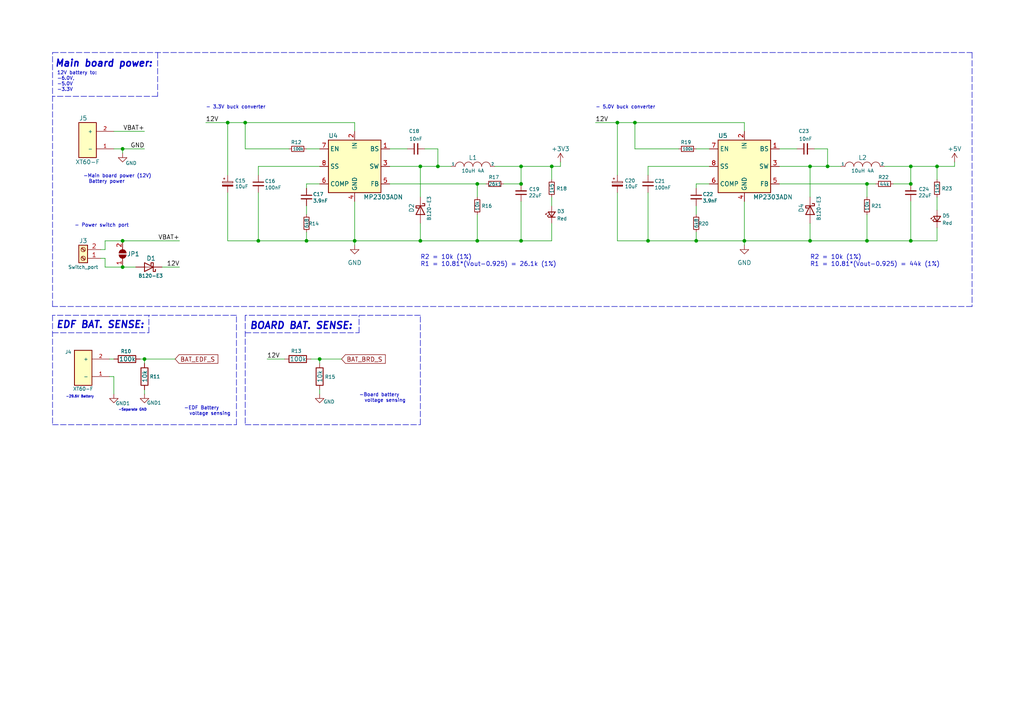
<source format=kicad_sch>
(kicad_sch (version 20211123) (generator eeschema)
  (paper "A4")
  (title_block (title "Amon Board - Power") (date "2022-10-19") (rev "2.0") (company "Tinta T."))
  (lib_symbols
    (symbol "Connector:Screw_Terminal_01x02" (pin_names (offset 1.016) hide)
      (property "Reference" "J" (at 0 2.54 0))
      (property "Value" "Screw_Terminal_01x02" (at 0 -5.08 0))
      (symbol "Screw_Terminal_01x02_1_1"
        (rectangle (start -1.27 1.27) (end 1.27 -3.81) (stroke (width 0.254)) (fill (type background)))
        (circle (center 0 -2.54) (radius 0.635) (stroke (width 0.1524)))
        (polyline (pts (xy -0.5334 -2.2098) (xy 0.3302 -3.048)) (stroke (width 0.1524)))
        (polyline (pts (xy -0.5334 0.3302) (xy 0.3302 -0.508)) (stroke (width 0.1524)))
        (polyline (pts (xy -0.3556 -2.032) (xy 0.508 -2.8702)) (stroke (width 0.1524)))
        (polyline (pts (xy -0.3556 0.508) (xy 0.508 -0.3302)) (stroke (width 0.1524)))
        (circle (center 0 0) (radius 0.635) (stroke (width 0.1524)))
        (pin passive line (at -5.08 0 0) (length 3.81) (name "Pin_1") (number "1"))
        (pin passive line (at -5.08 -2.54 0) (length 3.81) (name "Pin_2") (number "2"))
      )
    )
    (symbol "Device:C_Polarized_Small" (pin_numbers hide) (pin_names (offset 0.254) hide)
      (property "Reference" "C" (at 0.254 1.778 0))
      (property "Value" "C_Polarized_Small" (at 0.254 -2.032 0))
      (symbol "C_Polarized_Small_0_1"
        (rectangle (start -1.524 -0.3048) (end 1.524 -0.6858) (fill (type outline)))
        (rectangle (start -1.524 0.6858) (end 1.524 0.3048))
        (polyline (pts (xy -1.27 1.524) (xy -0.762 1.524)))
        (polyline (pts (xy -1.016 1.27) (xy -1.016 1.778)))
      )
      (symbol "C_Polarized_Small_1_1"
        (pin passive line (at 0 2.54 270) (length 1.8542) (name "~") (number "1"))
        (pin passive line (at 0 -2.54 90) (length 1.8542) (name "~") (number "2"))
      )
    )
    (symbol "Device:C_Small" (pin_numbers hide) (pin_names (offset 0.254) hide)
      (property "Reference" "C" (at 0.254 1.778 0))
      (property "Value" "C_Small" (at 0.254 -2.032 0))
      (symbol "C_Small_0_1"
        (polyline (pts (xy -1.524 -0.508) (xy 1.524 -0.508)) (stroke (width 0.3302)))
        (polyline (pts (xy -1.524 0.508) (xy 1.524 0.508)) (stroke (width 0.3048)))
      )
      (symbol "C_Small_1_1"
        (pin passive line (at 0 2.54 270) (length 2.032) (name "~") (number "1"))
        (pin passive line (at 0 -2.54 90) (length 2.032) (name "~") (number "2"))
      )
    )
    (symbol "Device:LED_Small" (pin_numbers hide) (pin_names (offset 0.254) hide)
      (property "Reference" "D" (at -1.27 3.175 0))
      (property "Value" "LED_Small" (at -4.445 -2.54 0))
      (symbol "LED_Small_0_1"
        (polyline (pts (xy -0.762 -1.016) (xy -0.762 1.016)) (stroke (width 0.254)))
        (polyline (pts (xy 1.016 0) (xy -0.762 0)))
        (polyline (pts (xy 0.762 -1.016) (xy -0.762 0) (xy 0.762 1.016) (xy 0.762 -1.016)) (stroke (width 0.254)))
        (polyline (pts (xy 0 0.762) (xy -0.508 1.27) (xy -0.254 1.27) (xy -0.508 1.27) (xy -0.508 1.016)))
        (polyline (pts (xy 0.508 1.27) (xy 0 1.778) (xy 0.254 1.778) (xy 0 1.778) (xy 0 1.524)))
      )
      (symbol "LED_Small_1_1"
        (pin passive line (at -2.54 0 0) (length 1.778) (name "K") (number "1"))
        (pin passive line (at 2.54 0 180) (length 1.778) (name "A") (number "2"))
      )
    )
    (symbol "Device:R" (pin_numbers hide) (pin_names (offset 0))
      (property "Reference" "R" (at 2.032 0 90))
      (property "Value" "R" (at 0 0 90))
      (symbol "R_0_1"
        (rectangle (start -1.016 -2.54) (end 1.016 2.54) (stroke (width 0.254)))
      )
      (symbol "R_1_1"
        (pin passive line (at 0 3.81 270) (length 1.27) (name "~") (number "1"))
        (pin passive line (at 0 -3.81 90) (length 1.27) (name "~") (number "2"))
      )
    )
    (symbol "Device:R_Small" (pin_numbers hide) (pin_names (offset 0.254) hide)
      (property "Reference" "R" (at 0.762 0.508 0))
      (property "Value" "R_Small" (at 0.762 -1.016 0))
      (symbol "R_Small_0_1"
        (rectangle (start -0.762 1.778) (end 0.762 -1.778) (stroke (width 0.2032)))
      )
      (symbol "R_Small_1_1"
        (pin passive line (at 0 2.54 270) (length 0.762) (name "~") (number "1"))
        (pin passive line (at 0 -2.54 90) (length 0.762) (name "~") (number "2"))
      )
    )
    (symbol "Diode:B120-E3" (pin_numbers hide) (pin_names hide)
      (property "Reference" "D" (at 0 2.54 0))
      (property "Value" "B120-E3" (at 0 -2.54 0))
      (symbol "B120-E3_0_1"
        (polyline (pts (xy 1.27 0) (xy -1.27 0)))
        (polyline (pts (xy 1.27 1.27) (xy 1.27 -1.27) (xy -1.27 0) (xy 1.27 1.27)) (stroke (width 0.254)))
        (polyline (pts (xy -1.905 0.635) (xy -1.905 1.27) (xy -1.27 1.27) (xy -1.27 -1.27) (xy -0.635 -1.27) (xy -0.635 -0.635)) (stroke (width 0.254)))
      )
      (symbol "B120-E3_1_1"
        (pin passive line (at -3.81 0 0) (length 2.54) (name "K") (number "1"))
        (pin passive line (at 3.81 0 180) (length 2.54) (name "A") (number "2"))
      )
    )
    (symbol "Jumper:SolderJumper_2_Open" (pin_names (offset 0) hide)
      (property "Reference" "JP" (at 0 2.032 0))
      (property "Value" "SolderJumper_2_Open" (at 0 -2.54 0))
      (symbol "SolderJumper_2_Open_0_1"
        (arc (start -0.254 1.016) (mid -1.27 0) (end -0.254 -1.016))
        (arc (start -0.254 1.016) (mid -1.27 0) (end -0.254 -1.016) (fill (type outline)))
        (polyline (pts (xy -0.254 1.016) (xy -0.254 -1.016)))
        (polyline (pts (xy 0.254 1.016) (xy 0.254 -1.016)))
        (arc (start 0.254 -1.016) (mid 1.27 0) (end 0.254 1.016))
        (arc (start 0.254 -1.016) (mid 1.27 0) (end 0.254 1.016) (fill (type outline)))
      )
      (symbol "SolderJumper_2_Open_1_1"
        (pin passive line (at -3.81 0 0) (length 2.54) (name "A") (number "1"))
        (pin passive line (at 3.81 0 180) (length 2.54) (name "B") (number "2"))
      )
    )
    (symbol "Regulator_Switching:MP2303ADN"
      (property "Reference" "U" (at -7.366 8.636 0))
      (property "Value" "MP2303ADN" (at 7.62 8.89 0))
      (symbol "MP2303ADN_0_1"
        (rectangle (start -7.62 7.62) (end 7.62 -7.62) (stroke (width 0.254)) (fill (type background)))
      )
      (symbol "MP2303ADN_1_1"
        (pin passive line (at 10.16 5.08 180) (length 2.54) (name "BS") (number "1"))
        (pin power_in line (at 0 10.16 270) (length 2.54) (name "IN") (number "2"))
        (pin output line (at 10.16 0 180) (length 2.54) (name "SW") (number "3"))
        (pin power_in line (at 0 -10.16 90) (length 2.54) (name "GND") (number "4"))
        (pin input line (at 10.16 -5.08 180) (length 2.54) (name "FB") (number "5"))
        (pin passive line (at -10.16 -5.08 0) (length 2.54) (name "COMP") (number "6"))
        (pin input line (at -10.16 5.08 0) (length 2.54) (name "EN") (number "7"))
        (pin input line (at -10.16 0 0) (length 2.54) (name "SS") (number "8"))
      )
    )
    (symbol "XT60-M:XT60-M" (pin_names (offset 1.016))
      (property "Reference" "J" (at -2.54 5.715 0))
      (property "Value" "XT60-M" (at -2.794 -6.35 0))
      (symbol "XT60-M_0_0"
        (rectangle (start -2.54 -5.08) (end 2.54 5.08) (stroke (width 0.254)) (fill (type background)))
        (pin passive line (at -7.62 2.54 0) (length 5.08) (name "-") (number "1"))
        (pin passive line (at -7.62 -2.54 0) (length 5.08) (name "+") (number "2"))
      )
    )
    (symbol "power:+3.3V" (power) (pin_names (offset 0))
      (property "Value" "+3.3V" (at 0 3.556 0))
      (symbol "+3.3V_0_1"
        (polyline (pts (xy -0.762 1.27) (xy 0 2.54)))
        (polyline (pts (xy 0 0) (xy 0 2.54)))
        (polyline (pts (xy 0 2.54) (xy 0.762 1.27)))
      )
      (symbol "+3.3V_1_1"
        (pin power_in line (at 0 0 90) (length 0) hide (name "+3V3") (number "1"))
      )
    )
    (symbol "power:+5V" (power) (pin_names (offset 0))
      (property "Value" "+5V" (at 0 3.556 0))
      (symbol "+5V_0_1"
        (polyline (pts (xy -0.762 1.27) (xy 0 2.54)))
        (polyline (pts (xy 0 0) (xy 0 2.54)))
        (polyline (pts (xy 0 2.54) (xy 0.762 1.27)))
      )
      (symbol "+5V_1_1"
        (pin power_in line (at 0 0 90) (length 0) hide (name "+5V") (number "1"))
      )
    )
    (symbol "power:GND" (power) (pin_names (offset 0))
      (property "Value" "GND" (at 0 -3.81 0))
      (symbol "GND_0_1"
        (polyline (pts (xy 0 0) (xy 0 -1.27) (xy 1.27 -1.27) (xy 0 -2.54) (xy -1.27 -1.27) (xy 0 -1.27)))
      )
      (symbol "GND_1_1"
        (pin power_in line (at 0 0 270) (length 0) hide (name "GND") (number "1"))
      )
    )
    (symbol "power:GND1" (power) (pin_names (offset 0))
      (property "Value" "GND1" (at 0 -3.81 0))
      (symbol "GND1_0_1"
        (polyline (pts (xy 0 0) (xy 0 -1.27) (xy 1.27 -1.27) (xy 0 -2.54) (xy -1.27 -1.27) (xy 0 -1.27)))
      )
      (symbol "GND1_1_1"
        (pin power_in line (at 0 0 270) (length 0) hide (name "GND1") (number "1"))
      )
    )
    (symbol "pspice:INDUCTOR" (pin_numbers hide) (pin_names (offset 0))
      (property "Reference" "L" (at 0 2.54 0))
      (property "Value" "INDUCTOR" (at 0 -1.27 0))
      (symbol "INDUCTOR_0_1"
        (arc (start -2.54 0) (mid -3.81 1.27) (end -5.08 0))
        (arc (start 0 0) (mid -1.27 1.27) (end -2.54 0))
        (arc (start 2.54 0) (mid 1.27 1.27) (end 0 0))
        (arc (start 5.08 0) (mid 3.81 1.27) (end 2.54 0))
      )
      (symbol "INDUCTOR_1_1"
        (pin input line (at -6.35 0 0) (length 1.27) (name "1") (number "1"))
        (pin input line (at 6.35 0 180) (length 1.27) (name "2") (number "2"))
      )
    )
  )
  (junction (at 184.15 35.56))
  (junction (at 138.43 69.85))
  (junction (at 264.16 48.26))
  (junction (at 251.46 53.34))
  (junction (at 74.93 69.85))
  (junction (at 66.04 35.56))
  (junction (at 160.02 48.26))
  (junction (at 215.9 69.85))
  (junction (at 41.91 104.14))
  (junction (at 151.13 69.85))
  (junction (at 35.56 43.18))
  (junction (at 35.56 77.47))
  (junction (at 234.95 48.26))
  (junction (at 179.07 35.56))
  (junction (at 264.16 53.34))
  (junction (at 121.92 69.85))
  (junction (at 151.13 53.34))
  (junction (at 35.56 69.85))
  (junction (at 187.96 69.85))
  (junction (at 138.43 53.34))
  (junction (at 151.13 48.26))
  (junction (at 102.87 69.85))
  (junction (at 121.92 48.26))
  (junction (at 234.95 69.85))
  (junction (at 71.12 35.56))
  (junction (at 88.9 69.85))
  (junction (at 127 48.26))
  (junction (at 92.71 104.14))
  (junction (at 240.03 48.26))
  (junction (at 271.78 48.26))
  (junction (at 251.46 69.85))
  (junction (at 201.93 69.85))
  (junction (at 264.16 69.85))
  (polyline (pts (xy 121.92 123.19) (xy 121.92 91.44)))
  (wire (pts (xy 236.22 43.18) (xy 240.03 43.18)))
  (wire (pts (xy 271.78 69.85) (xy 264.16 69.85)))
  (wire (pts (xy 160.02 48.26) (xy 160.02 52.07)))
  (wire (pts (xy 205.74 53.34) (xy 201.93 53.34)))
  (wire (pts (xy 271.78 57.15) (xy 271.78 60.96)))
  (wire (pts (xy 264.16 48.26) (xy 271.78 48.26)))
  (wire (pts (xy 234.95 57.15) (xy 234.95 48.26)))
  (wire (pts (xy 30.48 77.47) (xy 35.56 77.47)))
  (wire (pts (xy 143.51 48.26) (xy 151.13 48.26)))
  (polyline (pts (xy 15.24 96.52) (xy 43.18 96.52)))
  (wire (pts (xy 160.02 48.26) (xy 162.56 48.26)))
  (wire (pts (xy 201.93 43.18) (xy 205.74 43.18)))
  (wire (pts (xy 179.07 35.56) (xy 184.15 35.56)))
  (polyline (pts (xy 15.24 15.24) (xy 281.94 15.24)))
  (wire (pts (xy 138.43 62.23) (xy 138.43 69.85)))
  (wire (pts (xy 59.69 35.56) (xy 66.04 35.56)))
  (wire (pts (xy 160.02 57.15) (xy 160.02 59.69)))
  (wire (pts (xy 172.72 35.56) (xy 179.07 35.56)))
  (wire (pts (xy 251.46 53.34) (xy 254 53.34)))
  (wire (pts (xy 121.92 69.85) (xy 102.87 69.85)))
  (wire (pts (xy 251.46 62.23) (xy 251.46 69.85)))
  (wire (pts (xy 30.48 69.85) (xy 35.56 69.85)))
  (wire (pts (xy 121.92 48.26) (xy 127 48.26)))
  (wire (pts (xy 138.43 53.34) (xy 140.97 53.34)))
  (wire (pts (xy 121.92 57.15) (xy 121.92 48.26)))
  (wire (pts (xy 201.93 59.69) (xy 201.93 62.23)))
  (polyline (pts (xy 43.18 96.52) (xy 43.18 91.44)))
  (wire (pts (xy 226.06 48.26) (xy 234.95 48.26)))
  (wire (pts (xy 138.43 53.34) (xy 138.43 57.15)))
  (wire (pts (xy 88.9 69.85) (xy 102.87 69.85)))
  (wire (pts (xy 162.56 46.99) (xy 162.56 48.26)))
  (wire (pts (xy 88.9 53.34) (xy 88.9 54.61)))
  (polyline (pts (xy 71.12 91.44) (xy 71.12 123.19)))
  (wire (pts (xy 187.96 55.88) (xy 187.96 69.85)))
  (wire (pts (xy 35.56 69.85) (xy 52.07 69.85)))
  (wire (pts (xy 35.56 44.45) (xy 35.56 43.18)))
  (wire (pts (xy 90.17 104.14) (xy 92.71 104.14)))
  (wire (pts (xy 92.71 113.03) (xy 92.71 114.3)))
  (wire (pts (xy 205.74 48.26) (xy 187.96 48.26)))
  (wire (pts (xy 41.91 113.03) (xy 41.91 114.3)))
  (wire (pts (xy 30.48 74.93) (xy 30.48 77.47)))
  (wire (pts (xy 74.93 48.26) (xy 74.93 50.8)))
  (wire (pts (xy 92.71 48.26) (xy 74.93 48.26)))
  (wire (pts (xy 66.04 55.88) (xy 66.04 69.85)))
  (polyline (pts (xy 281.94 15.24) (xy 281.94 88.9)))
  (wire (pts (xy 151.13 69.85) (xy 138.43 69.85)))
  (wire (pts (xy 33.02 43.18) (xy 35.56 43.18)))
  (wire (pts (xy 71.12 35.56) (xy 102.87 35.56)))
  (wire (pts (xy 123.19 43.18) (xy 127 43.18)))
  (wire (pts (xy 121.92 64.77) (xy 121.92 69.85)))
  (wire (pts (xy 251.46 69.85) (xy 234.95 69.85)))
  (wire (pts (xy 74.93 55.88) (xy 74.93 69.85)))
  (wire (pts (xy 151.13 58.42) (xy 151.13 69.85)))
  (wire (pts (xy 179.07 55.88) (xy 179.07 69.85)))
  (wire (pts (xy 66.04 35.56) (xy 66.04 50.8)))
  (wire (pts (xy 66.04 69.85) (xy 74.93 69.85)))
  (wire (pts (xy 187.96 48.26) (xy 187.96 50.8)))
  (polyline (pts (xy 71.12 96.52) (xy 104.14 96.52)))
  (polyline (pts (xy 15.24 123.19) (xy 68.58 123.19)))
  (wire (pts (xy 184.15 35.56) (xy 215.9 35.56)))
  (wire (pts (xy 201.93 69.85) (xy 215.9 69.85)))
  (wire (pts (xy 240.03 43.18) (xy 240.03 48.26)))
  (wire (pts (xy 215.9 58.42) (xy 215.9 69.85)))
  (wire (pts (xy 264.16 48.26) (xy 264.16 53.34)))
  (wire (pts (xy 92.71 104.14) (xy 99.06 104.14)))
  (polyline (pts (xy 71.12 123.19) (xy 121.92 123.19)))
  (wire (pts (xy 215.9 35.56) (xy 215.9 38.1)))
  (wire (pts (xy 113.03 53.34) (xy 138.43 53.34)))
  (wire (pts (xy 88.9 67.31) (xy 88.9 69.85)))
  (polyline (pts (xy 68.58 91.44) (xy 15.24 91.44)))
  (wire (pts (xy 35.56 43.18) (xy 41.91 43.18)))
  (wire (pts (xy 259.08 53.34) (xy 264.16 53.34)))
  (wire (pts (xy 77.47 104.14) (xy 82.55 104.14)))
  (wire (pts (xy 92.71 105.41) (xy 92.71 104.14)))
  (wire (pts (xy 92.71 53.34) (xy 88.9 53.34)))
  (wire (pts (xy 127 48.26) (xy 130.81 48.26)))
  (wire (pts (xy 113.03 43.18) (xy 118.11 43.18)))
  (wire (pts (xy 41.91 104.14) (xy 50.8 104.14)))
  (polyline (pts (xy 15.24 88.9) (xy 15.24 15.24)))
  (wire (pts (xy 33.02 109.22) (xy 33.02 114.3)))
  (wire (pts (xy 151.13 48.26) (xy 160.02 48.26)))
  (wire (pts (xy 30.48 72.39) (xy 30.48 69.85)))
  (wire (pts (xy 31.75 109.22) (xy 33.02 109.22)))
  (wire (pts (xy 151.13 48.26) (xy 151.13 53.34)))
  (wire (pts (xy 226.06 53.34) (xy 251.46 53.34)))
  (wire (pts (xy 234.95 64.77) (xy 234.95 69.85)))
  (wire (pts (xy 179.07 69.85) (xy 187.96 69.85)))
  (wire (pts (xy 240.03 48.26) (xy 243.84 48.26)))
  (wire (pts (xy 264.16 58.42) (xy 264.16 69.85)))
  (wire (pts (xy 160.02 69.85) (xy 151.13 69.85)))
  (wire (pts (xy 179.07 35.56) (xy 179.07 50.8)))
  (wire (pts (xy 74.93 69.85) (xy 88.9 69.85)))
  (wire (pts (xy 215.9 69.85) (xy 215.9 71.12)))
  (polyline (pts (xy 68.58 123.19) (xy 68.58 91.44)))
  (wire (pts (xy 88.9 59.69) (xy 88.9 62.23)))
  (wire (pts (xy 196.85 43.18) (xy 184.15 43.18)))
  (wire (pts (xy 31.75 104.14) (xy 33.02 104.14)))
  (wire (pts (xy 138.43 69.85) (xy 121.92 69.85)))
  (wire (pts (xy 226.06 43.18) (xy 231.14 43.18)))
  (wire (pts (xy 40.64 104.14) (xy 41.91 104.14)))
  (wire (pts (xy 41.91 105.41) (xy 41.91 104.14)))
  (wire (pts (xy 102.87 35.56) (xy 102.87 38.1)))
  (wire (pts (xy 29.21 72.39) (xy 30.48 72.39)))
  (wire (pts (xy 187.96 69.85) (xy 201.93 69.85)))
  (polyline (pts (xy 45.72 15.24) (xy 45.72 27.94)))
  (wire (pts (xy 127 43.18) (xy 127 48.26)))
  (wire (pts (xy 184.15 43.18) (xy 184.15 35.56)))
  (wire (pts (xy 35.56 77.47) (xy 39.37 77.47)))
  (wire (pts (xy 83.82 43.18) (xy 71.12 43.18)))
  (wire (pts (xy 66.04 35.56) (xy 71.12 35.56)))
  (wire (pts (xy 71.12 43.18) (xy 71.12 35.56)))
  (polyline (pts (xy 15.24 91.44) (xy 15.24 123.19)))
  (wire (pts (xy 88.9 43.18) (xy 92.71 43.18)))
  (wire (pts (xy 46.99 77.47) (xy 52.07 77.47)))
  (wire (pts (xy 113.03 48.26) (xy 121.92 48.26)))
  (polyline (pts (xy 121.92 91.44) (xy 71.12 91.44)))
  (polyline (pts (xy 281.94 88.9) (xy 15.24 88.9)))
  (wire (pts (xy 234.95 48.26) (xy 240.03 48.26)))
  (wire (pts (xy 33.02 38.1) (xy 41.91 38.1)))
  (wire (pts (xy 271.78 48.26) (xy 276.86 48.26)))
  (wire (pts (xy 201.93 53.34) (xy 201.93 54.61)))
  (wire (pts (xy 276.86 46.99) (xy 276.86 48.26)))
  (polyline (pts (xy 45.72 27.94) (xy 15.24 27.94)))
  (wire (pts (xy 256.54 48.26) (xy 264.16 48.26)))
  (wire (pts (xy 102.87 69.85) (xy 102.87 71.12)))
  (wire (pts (xy 271.78 66.04) (xy 271.78 69.85)))
  (wire (pts (xy 102.87 58.42) (xy 102.87 69.85)))
  (wire (pts (xy 160.02 64.77) (xy 160.02 69.85)))
  (wire (pts (xy 271.78 48.26) (xy 271.78 52.07)))
  (wire (pts (xy 251.46 53.34) (xy 251.46 57.15)))
  (wire (pts (xy 146.05 53.34) (xy 151.13 53.34)))
  (polyline (pts (xy 104.14 96.52) (xy 104.14 91.44)))
  (wire (pts (xy 29.21 74.93) (xy 30.48 74.93)))
  (wire (pts (xy 234.95 69.85) (xy 215.9 69.85)))
  (wire (pts (xy 264.16 69.85) (xy 251.46 69.85)))
  (wire (pts (xy 201.93 67.31) (xy 201.93 69.85)))
  (text "-Board battery \n  voltage sensing" (at 104.14 116.84 0) (effects (font (size 1 1)) (justify left bottom)))
  (text "-Separate GND" (at 34.29 119.38 0) (effects (font (size 0.7 0.7)) (justify left bottom)))
  (text "-Main board power (12V) \n  Battery power" (at 24.13 53.34 0) (effects (font (size 1 1)) (justify left bottom)))
  (text "- 5.0V buck converter" (at 172.72 31.75 0) (effects (font (size 1 1)) (justify left bottom)))
  (text "BOARD BAT. SENSE:" (at 72.3198 95.7682 0) (effects (font (size 2 2) (thickness 0.4) bold italic) (justify left bottom)))
  (text "-29.6V Battery" (at 19.05 115.57 0) (effects (font (size 0.7 0.7)) (justify left bottom)))
  (text "-EDF Battery \n  voltage sensing\n" (at 53.34 120.65 0) (effects (font (size 1 1)) (justify left bottom)))
  (text "12V battery to:\n-6.0V,\n-5.0V\n-3.3V" (at 16.51 26.67 0) (effects (font (size 1 1)) (justify left bottom)))
  (text "- 3.3V buck converter" (at 59.69 31.75 0) (effects (font (size 1 1)) (justify left bottom)))
  (text "- Power switch port" (at 21.59 66.04 0) (effects (font (size 1 1)) (justify left bottom)))
  (text "EDF BAT. SENSE:" (at 16.2036 95.4821 0) (effects (font (size 2 2) (thickness 0.4) bold italic) (justify left bottom)))
  (text "R2 = 10k (1%)\nR1 = 10.81*(Vout-0.925) = 44k (1%)" (at 234.95 77.47 0) (effects (font (size 1.27 1.27)) (justify left bottom)))
  (text "Main board power:" (at 15.875 19.685 0) (effects (font (size 2 2) (thickness 0.4) bold italic) (justify left bottom)))
  (text "R2 = 10k (1%)\nR1 = 10.81*(Vout-0.925) = 26.1k (1%)" (at 121.92 77.47 0) (effects (font (size 1.27 1.27)) (justify left bottom)))
  (label "12V" (at 77.47 104.14 0))
  (label "12V" (at 52.07 77.47 180))
  (label "GND" (at 41.91 43.18 180))
  (label "12V" (at 59.69 35.56 0))
  (label "12V" (at 172.72 35.56 0))
  (label "VBAT+" (at 52.07 69.85 180))
  (label "VBAT+" (at 41.91 38.1 180))
  (global_label "BAT_BRD_S" (shape input) (at 99.06 104.14 0) (property "Intersheet References" "${INTERSHEET_REFS}" (effects hide)))
  (global_label "BAT_EDF_S" (shape input) (at 50.8 104.14 0) (property "Intersheet References" "${INTERSHEET_REFS}" (effects hide)))
  (symbol (lib_id "Connector:Screw_Terminal_01x02") (at 24.13 74.93 180) (unit 1)
    (property "Reference" "J3" (at 24.13 69.85 0))
    (property "Value" "Switch_port" (at 24.13 77.47 0) (effects (font (size 1 1))))
    (property "Footprint" "TerminalBlock_MetzConnect:TerminalBlock_MetzConnect_Type055_RT01502HDWU_1x02_P5.00mm_Horizontal" (effects hide))
  )
  (symbol (lib_id "Device:LED_Small") (at 160.02 62.23 90) (unit 1)
    (property "Reference" "D3" (at 161.5826 61.293 90) (effects (font (size 1 1)) (justify right)))
    (property "Value" "Red" (at 161.5317 63.398 90) (effects (font (size 1 1)) (justify right)))
    (property "Footprint" "LED_SMD:LED_0603_1608Metric" (effects hide))
  )
  (symbol (lib_id "power:+3.3V") (at 162.56 46.99 0) (unit 1)
    (property "Reference" "#PWR032" (effects hide))
    (property "Value" "+3.3V" (at 162.56 43.18 0))
  )
  (symbol (lib_id "Regulator_Switching:MP2303ADN") (at 102.87 48.26 0) (unit 1)
    (property "Reference" "U4" (at 95.25 39.37 0) (effects (justify left)))
    (property "Value" "MP2303ADN" (at 105.41 57.15 0) (effects (justify left)))
    (property "Footprint" "Package_SO:SOIC-8-1EP_3.9x4.9mm_P1.27mm_EP2.62x3.51mm" (effects hide))
    (property "Datasheet" "https://www.monolithicpower.com/pub/media/document/MP2303A_r1.1.pdf" (effects hide))
  )
  (symbol (lib_id "Diode:B120-E3") (at 234.95 60.96 270) (unit 1)
    (property "Reference" "D4" (at 232.41 60.325 0))
    (property "Value" "B120-E3" (at 237.4817 60.4427 0) (effects (font (size 1 1))))
    (property "Footprint" "Diode_SMD:D_SMA" (effects hide))
    (property "Datasheet" "http://www.vishay.com/docs/88946/b120.pdf" (effects hide))
  )
  (symbol (lib_id "pspice:INDUCTOR") (at 250.19 48.26 0) (unit 1)
    (property "Reference" "L2" (at 250.19 45.72 0))
    (property "Value" "10uH 4A" (at 250.19 49.53 0) (effects (font (size 1 1))))
    (property "Footprint" "Inductor_SMD:L_10.4x10.4_H4.8" (effects hide))
  )
  (symbol (lib_id "Device:R") (at 41.91 109.22 0) (unit 1)
    (property "Reference" "R11" (at 43.4005 109.2318 0) (effects (font (size 1 1)) (justify left)))
    (property "Value" "10k" (at 41.983 111.0011 90) (effects (justify left)))
    (property "Footprint" "Resistor_SMD:R_1206_3216Metric" (effects hide))
  )
  (symbol (lib_id "Diode:B120-E3") (at 121.92 60.96 270) (unit 1)
    (property "Reference" "D2" (at 119.38 60.325 0))
    (property "Value" "B120-E3" (at 124.4517 60.4427 0) (effects (font (size 1 1))))
    (property "Footprint" "Diode_SMD:D_SMA" (effects hide))
    (property "Datasheet" "http://www.vishay.com/docs/88946/b120.pdf" (effects hide))
  )
  (symbol (lib_id "Device:C_Small") (at 74.93 53.34 0) (unit 1)
    (property "Reference" "C16" (at 76.8033 52.5237 0) (effects (font (size 1 1)) (justify left)))
    (property "Value" "100nF" (at 76.8033 54.4287 0) (effects (font (size 1 1)) (justify left)))
    (property "Footprint" "Capacitor_SMD:C_0603_1608Metric" (effects hide))
  )
  (symbol (lib_id "XT60-M:XT60-M") (at 24.13 106.68 180) (unit 1)
    (property "Reference" "J4" (at 19.7959 102.0931 0) (effects (font (size 1 1))))
    (property "Value" "XT60-F" (at 24.1004 112.791 0) (effects (font (size 1 1))))
    (property "Footprint" "XT60-M:AMASS_XT60-M" (effects hide))
    (property "PARTREV" "1.2" (effects hide))
    (property "MANUFACTURER" "AMASS" (effects hide))
    (property "STANDARD" "IPC-7251" (effects hide))
  )
  (symbol (lib_id "pspice:INDUCTOR") (at 137.16 48.26 0) (unit 1)
    (property "Reference" "L1" (at 137.16 45.72 0))
    (property "Value" "10uH 4A" (at 137.16 49.53 0) (effects (font (size 1 1))))
    (property "Footprint" "Inductor_SMD:L_10.4x10.4_H4.8" (effects hide))
  )
  (symbol (lib_id "Device:R_Small") (at 251.46 59.69 180) (unit 1)
    (property "Reference" "R21" (at 255.7681 59.7375 0) (effects (font (size 1 1)) (justify left)))
    (property "Value" "10k" (at 251.4598 58.2781 90) (effects (font (size 1 1)) (justify left)))
    (property "Footprint" "Resistor_SMD:R_0603_1608Metric" (effects hide))
  )
  (symbol (lib_id "Device:R") (at 36.83 104.14 90) (unit 1)
    (property "Reference" "R10" (at 38.083 101.9049 90) (effects (font (size 1 1)) (justify left)))
    (property "Value" "100k" (at 39.37 104.14 90) (effects (justify left)))
    (property "Footprint" "Resistor_SMD:R_1206_3216Metric" (effects hide))
  )
  (symbol (lib_id "power:GND") (at 102.87 71.12 0) (unit 1)
    (property "Reference" "#PWR031" (effects hide))
    (property "Value" "GND" (at 102.87 76.2 0))
  )
  (symbol (lib_id "power:+5V") (at 276.86 46.99 0) (unit 1)
    (property "Reference" "#PWR034" (effects hide))
    (property "Value" "+5V" (at 276.86 43.18 0))
  )
  (symbol (lib_id "Device:R") (at 92.71 109.22 0) (unit 1)
    (property "Reference" "R15" (at 94.2113 109.3189 0) (effects (font (size 1 1)) (justify left)))
    (property "Value" "10k" (at 92.783 111.0011 90) (effects (justify left)))
    (property "Footprint" "Resistor_SMD:R_1206_3216Metric" (effects hide))
  )
  (symbol (lib_id "power:GND1") (at 41.91 114.3 0) (unit 1)
    (property "Reference" "#PWR029" (effects hide))
    (property "Value" "GND1" (at 44.6909 116.8375 0) (effects (font (size 1 1))))
  )
  (symbol (lib_id "XT60-M:XT60-M") (at 25.4 40.64 180) (unit 1)
    (property "Reference" "J5" (at 24.13 34.29 0))
    (property "Value" "XT60-F" (at 25.4 46.99 0) (effects (font (size 1.2 1.2))))
    (property "Footprint" "XT60-M:AMASS_XT60-M" (effects hide))
    (property "PARTREV" "1.2" (effects hide))
    (property "MANUFACTURER" "AMASS" (effects hide))
    (property "STANDARD" "IPC-7251" (effects hide))
  )
  (symbol (lib_id "Device:R_Small") (at 201.93 64.77 180) (unit 1)
    (property "Reference" "R20" (at 205.5687 64.8783 0) (effects (font (size 1 1)) (justify left)))
    (property "Value" "6k8" (at 201.9769 63.313 90) (effects (font (size 1 1)) (justify left)))
    (property "Footprint" "Resistor_SMD:R_0603_1608Metric" (effects hide))
  )
  (symbol (lib_id "Diode:B120-E3") (at 43.18 77.47 180) (unit 1)
    (property "Reference" "D1" (at 43.815 74.93 0))
    (property "Value" "B120-E3" (at 43.6973 80.0017 0) (effects (font (size 1 1))))
    (property "Footprint" "Diode_SMD:D_SMA" (effects hide))
    (property "Datasheet" "http://www.vishay.com/docs/88946/b120.pdf" (effects hide))
  )
  (symbol (lib_id "power:GND") (at 215.9 71.12 0) (unit 1)
    (property "Reference" "#PWR033" (effects hide))
    (property "Value" "GND" (at 215.9 76.2 0))
  )
  (symbol (lib_id "Device:LED_Small") (at 271.78 63.5 90) (unit 1)
    (property "Reference" "D5" (at 273.3426 62.563 90) (effects (font (size 1 1)) (justify right)))
    (property "Value" "Red" (at 273.2917 64.668 90) (effects (font (size 1 1)) (justify right)))
    (property "Footprint" "LED_SMD:LED_0603_1608Metric" (effects hide))
  )
  (symbol (lib_id "power:GND") (at 92.71 114.3 0) (unit 1)
    (property "Reference" "#PWR030" (effects hide))
    (property "Value" "GND" (at 95.4322 116.5218 0) (effects (font (size 1 1))))
  )
  (symbol (lib_id "Device:C_Small") (at 201.93 57.15 0) (unit 1)
    (property "Reference" "C22" (at 203.8033 56.3337 0) (effects (font (size 1 1)) (justify left)))
    (property "Value" "3.9nF" (at 203.8033 58.2387 0) (effects (font (size 1 1)) (justify left)))
    (property "Footprint" "Capacitor_SMD:C_0603_1608Metric" (effects hide))
  )
  (symbol (lib_id "Device:C_Small") (at 88.9 57.15 0) (unit 1)
    (property "Reference" "C17" (at 90.7733 56.3337 0) (effects (font (size 1 1)) (justify left)))
    (property "Value" "3.9nF" (at 90.7733 58.2387 0) (effects (font (size 1 1)) (justify left)))
    (property "Footprint" "Capacitor_SMD:C_0603_1608Metric" (effects hide))
  )
  (symbol (lib_id "Device:R_Small") (at 256.54 53.34 90) (unit 1)
    (property "Reference" "R22" (at 257.8081 51.4121 90) (effects (font (size 1 1)) (justify left)))
    (property "Value" "44k" (at 257.9865 53.4174 90) (effects (font (size 1 1)) (justify left)))
    (property "Footprint" "Resistor_SMD:R_0603_1608Metric" (effects hide))
  )
  (symbol (lib_id "Device:R_Small") (at 271.78 54.61 0) (unit 1)
    (property "Reference" "R23" (at 273.1286 54.6873 0) (effects (font (size 1 1)) (justify left)))
    (property "Value" "1k5" (at 271.8306 56.1053 90) (effects (font (size 1 1)) (justify left)))
    (property "Footprint" "Resistor_SMD:R_0603_1608Metric" (effects hide))
  )
  (symbol (lib_id "Device:R") (at 86.36 104.14 90) (unit 1)
    (property "Reference" "R13" (at 87.471 101.8173 90) (effects (font (size 1 1)) (justify left)))
    (property "Value" "100k" (at 88.9 104.14 90) (effects (justify left)))
    (property "Footprint" "Resistor_SMD:R_1206_3216Metric" (effects hide))
  )
  (symbol (lib_id "Regulator_Switching:MP2303ADN") (at 215.9 48.26 0) (unit 1)
    (property "Reference" "U5" (at 208.28 39.37 0) (effects (justify left)))
    (property "Value" "MP2303ADN" (at 218.44 57.15 0) (effects (justify left)))
    (property "Footprint" "Package_SO:SOIC-8-1EP_3.9x4.9mm_P1.27mm_EP2.62x3.51mm" (effects hide))
    (property "Datasheet" "https://www.monolithicpower.com/pub/media/document/MP2303A_r1.1.pdf" (effects hide))
  )
  (symbol (lib_id "Device:R_Small") (at 138.43 59.69 180) (unit 1)
    (property "Reference" "R16" (at 142.7381 59.7375 0) (effects (font (size 1 1)) (justify left)))
    (property "Value" "10k" (at 138.4298 58.2781 90) (effects (font (size 1 1)) (justify left)))
    (property "Footprint" "Resistor_SMD:R_0603_1608Metric" (effects hide))
  )
  (symbol (lib_id "power:GND") (at 35.56 44.45 0) (unit 1)
    (property "Reference" "#PWR028" (effects hide))
    (property "Value" "GND" (at 38.0352 47.3123 0) (effects (font (size 1 1))))
  )
  (symbol (lib_id "Device:C_Polarized_Small") (at 66.04 53.34 0) (unit 1)
    (property "Reference" "C15" (at 68.1441 52.4089 0) (effects (font (size 1 1)) (justify left)))
    (property "Value" "10uF" (at 68.1871 54.0849 0) (effects (font (size 1 1)) (justify left)))
    (property "Footprint" "Capacitor_Tantalum_SMD:CP_EIA-3216-10_Kemet-I" (effects hide))
  )
  (symbol (lib_id "Device:C_Small") (at 120.65 43.18 90) (unit 1)
    (property "Reference" "C18" (at 121.65 38.0276 90) (effects (font (size 1 1)) (justify left)))
    (property "Value" "10nF" (at 122.5321 40.2881 90) (effects (font (size 1 1)) (justify left)))
    (property "Footprint" "Capacitor_SMD:C_0603_1608Metric" (effects hide))
  )
  (symbol (lib_id "Device:C_Small") (at 264.16 55.88 180) (unit 1)
    (property "Reference" "C24" (at 269.5309 54.8818 0) (effects (font (size 1 1)) (justify left)))
    (property "Value" "22uF" (at 270.2134 56.7051 0) (effects (font (size 1 1)) (justify left)))
    (property "Footprint" "Capacitor_SMD:C_0603_1608Metric" (effects hide))
  )
  (symbol (lib_id "power:GND1") (at 33.02 114.3 0) (unit 1)
    (property "Reference" "#PWR027" (effects hide))
    (property "Value" "GND1" (at 35.6106 116.9918 0) (effects (font (size 1 1))))
  )
  (symbol (lib_id "Device:R_Small") (at 199.39 43.18 90) (unit 1)
    (property "Reference" "R19" (at 200.4963 41.2805 90) (effects (font (size 1 1)) (justify left)))
    (property "Value" "100k" (at 201.0671 43.2017 90) (effects (font (size 0.8 0.8)) (justify left)))
    (property "Footprint" "Resistor_SMD:R_0603_1608Metric" (effects hide))
  )
  (symbol (lib_id "Device:C_Small") (at 233.68 43.18 90) (unit 1)
    (property "Reference" "C23" (at 234.68 38.0276 90) (effects (font (size 1 1)) (justify left)))
    (property "Value" "10nF" (at 235.5621 40.2881 90) (effects (font (size 1 1)) (justify left)))
    (property "Footprint" "Capacitor_SMD:C_0603_1608Metric" (effects hide))
  )
  (symbol (lib_id "Device:R_Small") (at 86.36 43.18 90) (unit 1)
    (property "Reference" "R12" (at 87.4663 41.2805 90) (effects (font (size 1 1)) (justify left)))
    (property "Value" "100k" (at 88.0371 43.2017 90) (effects (font (size 0.8 0.8)) (justify left)))
    (property "Footprint" "Resistor_SMD:R_0603_1608Metric" (effects hide))
  )
  (symbol (lib_id "Device:R_Small") (at 160.02 54.61 0) (unit 1)
    (property "Reference" "R18" (at 161.3686 54.6873 0) (effects (font (size 1 1)) (justify left)))
    (property "Value" "1k5" (at 160.0706 56.1053 90) (effects (font (size 1 1)) (justify left)))
    (property "Footprint" "Resistor_SMD:R_0603_1608Metric" (effects hide))
  )
  (symbol (lib_id "Device:R_Small") (at 143.51 53.34 90) (unit 1)
    (property "Reference" "R17" (at 144.7781 51.4121 90) (effects (font (size 1 1)) (justify left)))
    (property "Value" "26k1" (at 145.51 53.3972 90) (effects (font (size 1 1)) (justify left)))
    (property "Footprint" "Resistor_SMD:R_0603_1608Metric" (effects hide))
  )
  (symbol (lib_id "Jumper:SolderJumper_2_Open") (at 35.56 73.66 90) (unit 1)
    (property "Reference" "JP1" (at 36.83 73.66 90) (effects (justify right)))
    (property "Value" "SolderJumper_2_Open" (effects hide))
    (property "Footprint" "Jumper:SolderJumper-2_P1.3mm_Open_Pad1.0x1.5mm" (effects hide))
  )
  (symbol (lib_id "Device:R_Small") (at 88.9 64.77 180) (unit 1)
    (property "Reference" "R14" (at 92.5387 64.8783 0) (effects (font (size 1 1)) (justify left)))
    (property "Value" "6k8" (at 88.9469 63.313 90) (effects (font (size 1 1)) (justify left)))
    (property "Footprint" "Resistor_SMD:R_0603_1608Metric" (effects hide))
  )
  (symbol (lib_id "Device:C_Small") (at 187.96 53.34 0) (unit 1)
    (property "Reference" "C21" (at 189.8333 52.5237 0) (effects (font (size 1 1)) (justify left)))
    (property "Value" "100nF" (at 189.8333 54.4287 0) (effects (font (size 1 1)) (justify left)))
    (property "Footprint" "Capacitor_SMD:C_0603_1608Metric" (effects hide))
  )
  (symbol (lib_id "Device:C_Small") (at 151.13 55.88 180) (unit 1)
    (property "Reference" "C19" (at 156.5009 54.8818 0) (effects (font (size 1 1)) (justify left)))
    (property "Value" "22uF" (at 157.1834 56.7051 0) (effects (font (size 1 1)) (justify left)))
    (property "Footprint" "Capacitor_SMD:C_0603_1608Metric" (effects hide))
  )
  (symbol (lib_id "Device:C_Polarized_Small") (at 179.07 53.34 0) (unit 1)
    (property "Reference" "C20" (at 181.1741 52.4089 0) (effects (font (size 1 1)) (justify left)))
    (property "Value" "10uF" (at 181.2171 54.0849 0) (effects (font (size 1 1)) (justify left)))
    (property "Footprint" "Capacitor_Tantalum_SMD:CP_EIA-3216-10_Kemet-I" (effects hide))
  )
)
</source>
